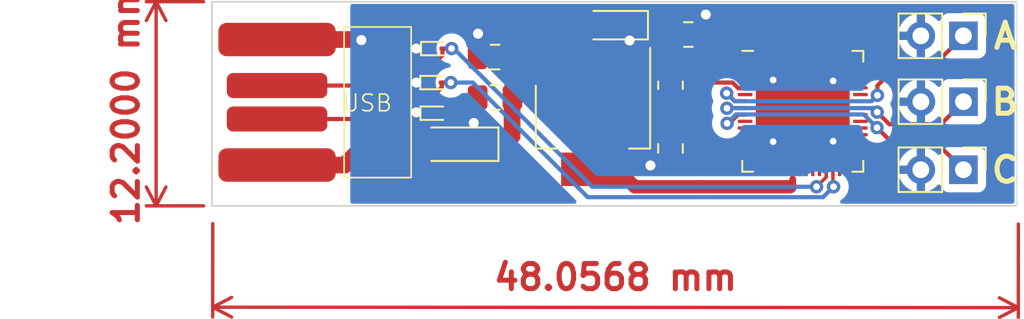
<source format=kicad_pcb>
(kicad_pcb (version 20221018) (generator pcbnew)
  (layers (0 "F.Cu" signal) (31 "B.Cu" signal) (34 "B.Paste" user) (35 "F.Paste" user) (36 "B.SilkS" user "B.Silkscreen") (37 "F.SilkS" user "F.Silkscreen") (38 "B.Mask" user) (39 "F.Mask" user) (44 "Edge.Cuts" user))
  (net 0 "")
  (net 1 "GND")
  (net 2 "Net-(J1-Pin_1)")
  (net 3 "Net-(D3-A2)")
  (net 5 "+3.3V")
  (net 7 "Net-(U2-CHIP_PU{slash}RESET)")
  (net 8 "Net-(J2-Pin_1)")
  (net 24 "Net-(J3-Pin_1)")
  (net 25 "/Vusb")
  (net 45 "VBUS")
  (net 54 "Net-(D2-A2)")
  (footprint "Capacitor_SMD:C_0805_2012Metric_Pad1.18x1.45mm_HandSolder" (layer "F.Cu") (at 134.9248 86.2291 90)
    (fp_text reference "C4" hide)
    (fp_text value "1uF")
    (fp_line (start -0.261252 -0.735) (end 0.261252 -0.735) (stroke (width 0.12)) (layer "F.SilkS"))
    (fp_line (start -0.261252 0.735) (end 0.261252 0.735) (stroke (width 0.12)) (layer "F.SilkS"))
    (pad "1" smd roundrect (at -1.0375 0 90) (size 1.175 1.45) (layers "F.Cu" "F.Paste" "F.Mask") (roundrect_rratio 0.212766) (net 1 "GND"))
    (pad "2" smd roundrect (at 1.0375 0 90) (size 1.175 1.45) (layers "F.Cu" "F.Paste" "F.Mask") (roundrect_rratio 0.212766) (net 7 "Net-(U2-CHIP_PU{slash}RESET)"))
  )
  (footprint "Capacitor_SMD:C_0805_2012Metric_Pad1.18x1.45mm_HandSolder" (layer "F.Cu") (at 124.46 83.185 180)
    (fp_text reference "C1" hide)
    (fp_text value "10uF" hide)
    (fp_line (start -0.261252 -0.735) (end 0.261252 -0.735) (stroke (width 0.12)) (layer "F.SilkS"))
    (fp_line (start -0.261252 0.735) (end 0.261252 0.735) (stroke (width 0.12)) (layer "F.SilkS"))
    (pad "1" smd roundrect (at -1.0375 0 180) (size 1.175 1.45) (layers "F.Cu" "F.Paste" "F.Mask") (roundrect_rratio 0.212766) (net 45 "VBUS"))
    (pad "2" smd roundrect (at 1.0375 0 180) (size 1.175 1.45) (layers "F.Cu" "F.Paste" "F.Mask") (roundrect_rratio 0.212766) (net 1 "GND"))
  )
  (footprint "Capacitor_SMD:C_0805_2012Metric_Pad1.18x1.45mm_HandSolder" (layer "F.Cu") (at 135.9913 79.4246 180)
    (fp_text reference "C3" hide)
    (fp_text value "10uF" hide)
    (fp_line (start -0.261252 -0.735) (end 0.261252 -0.735) (stroke (width 0.12)) (layer "F.SilkS"))
    (fp_line (start -0.261252 0.735) (end 0.261252 0.735) (stroke (width 0.12)) (layer "F.SilkS"))
    (pad "1" smd roundrect (at -1.0375 0 180) (size 1.175 1.45) (layers "F.Cu" "F.Paste" "F.Mask") (roundrect_rratio 0.212766) (net 1 "GND"))
    (pad "2" smd roundrect (at 1.0375 0 180) (size 1.175 1.45) (layers "F.Cu" "F.Paste" "F.Mask") (roundrect_rratio 0.212766) (net 5 "+3.3V"))
  )
  (footprint "Package_DFN_QFN:QFN-56-1EP_7x7mm_P0.4mm_EP5.6x5.6mm" (layer "F.Cu") (at 142.816 84.012)
    (fp_text reference "U2" hide)
    (fp_text value "ESP32-S3_PICO1" hide)
    (fp_line (start -3.61 3.61) (end -3.61 2.96) (stroke (width 0.12)) (layer "F.SilkS"))
    (fp_line (start -2.96 -3.61) (end -3.61 -3.61) (stroke (width 0.12)) (layer "F.SilkS"))
    (fp_line (start -2.96 3.61) (end -3.61 3.61) (stroke (width 0.12)) (layer "F.SilkS"))
    (fp_line (start 2.96 -3.61) (end 3.61 -3.61) (stroke (width 0.12)) (layer "F.SilkS"))
    (fp_line (start 2.96 3.61) (end 3.61 3.61) (stroke (width 0.12)) (layer "F.SilkS"))
    (fp_line (start 3.61 -3.61) (end 3.61 -2.96) (stroke (width 0.12)) (layer "F.SilkS"))
    (fp_line (start 3.61 3.61) (end 3.61 2.96) (stroke (width 0.12)) (layer "F.SilkS"))
    (pad "1" smd roundrect (at -3.4375 -2.6) (size 0.875 0.2) (layers "F.Cu" "F.Paste" "F.Mask"))
    (pad "2" smd roundrect (at -3.4375 -2.2) (size 0.875 0.2) (layers "F.Cu" "F.Paste" "F.Mask") (net 5 "+3.3V"))
    (pad "3" smd roundrect (at -3.4375 -1.8) (size 0.875 0.2) (layers "F.Cu" "F.Paste" "F.Mask") (net 5 "+3.3V"))
    (pad "4" smd roundrect (at -3.4375 -1.4) (size 0.875 0.2) (layers "F.Cu" "F.Paste" "F.Mask") (net 7 "Net-(U2-CHIP_PU{slash}RESET)"))
    (pad "5" smd roundrect (at -3.4375 -1) (size 0.875 0.2) (layers "F.Cu" "F.Paste" "F.Mask"))
    (pad "6" smd roundrect (at -3.4375 -0.6) (size 0.875 0.2) (layers "F.Cu" "F.Paste" "F.Mask") (net 2 "Net-(J1-Pin_1)"))
    (pad "7" smd roundrect (at -3.4375 -0.2) (size 0.875 0.2) (layers "F.Cu" "F.Paste" "F.Mask") (net 8 "Net-(J2-Pin_1)"))
    (pad "8" smd roundrect (at -3.4375 0.2) (size 0.875 0.2) (layers "F.Cu" "F.Paste" "F.Mask") (net 24 "Net-(J3-Pin_1)"))
    (pad "9" smd roundrect (at -3.4375 0.6) (size 0.875 0.2) (layers "F.Cu" "F.Paste" "F.Mask"))
    (pad "10" smd roundrect (at -3.4375 1) (size 0.875 0.2) (layers "F.Cu" "F.Paste" "F.Mask"))
    (pad "11" smd roundrect (at -3.4375 1.4) (size 0.875 0.2) (layers "F.Cu" "F.Paste" "F.Mask"))
    (pad "12" smd roundrect (at -3.4375 1.8) (size 0.875 0.2) (layers "F.Cu" "F.Paste" "F.Mask"))
    (pad "13" smd roundrect (at -3.4375 2.2) (size 0.875 0.2) (layers "F.Cu" "F.Paste" "F.Mask"))
    (pad "14" smd roundrect (at -3.4375 2.6) (size 0.875 0.2) (layers "F.Cu" "F.Paste" "F.Mask"))
    (pad "15" smd roundrect (at -2.6 3.4375) (size 0.2 0.875) (layers "F.Cu" "F.Paste" "F.Mask"))
    (pad "16" smd roundrect (at -2.2 3.4375) (size 0.2 0.875) (layers "F.Cu" "F.Paste" "F.Mask"))
    (pad "17" smd roundrect (at -1.8 3.4375) (size 0.2 0.875) (layers "F.Cu" "F.Paste" "F.Mask"))
    (pad "18" smd roundrect (at -1.4 3.4375) (size 0.2 0.875) (layers "F.Cu" "F.Paste" "F.Mask"))
    (pad "19" smd roundrect (at -1 3.4375) (size 0.2 0.875) (layers "F.Cu" "F.Paste" "F.Mask"))
    (pad "20" smd roundrect (at -0.6 3.4375) (size 0.2 0.875) (layers "F.Cu" "F.Paste" "F.Mask") (net 5 "+3.3V"))
    (pad "21" smd roundrect (at -0.2 3.4375) (size 0.2 0.875) (layers "F.Cu" "F.Paste" "F.Mask"))
    (pad "22" smd roundrect (at 0.2 3.4375) (size 0.2 0.875) (layers "F.Cu" "F.Paste" "F.Mask"))
    (pad "23" smd roundrect (at 0.6 3.4375) (size 0.2 0.875) (layers "F.Cu" "F.Paste" "F.Mask"))
    (pad "24" smd roundrect (at 1 3.4375) (size 0.2 0.875) (layers "F.Cu" "F.Paste" "F.Mask"))
    (pad "25" smd roundrect (at 1.4 3.4375) (size 0.2 0.875) (layers "F.Cu" "F.Paste" "F.Mask") (net 54 "Net-(D2-A2)"))
    (pad "26" smd roundrect (at 1.8 3.4375) (size 0.2 0.875) (layers "F.Cu" "F.Paste" "F.Mask") (net 3 "Net-(D3-A2)"))
    (pad "27" smd roundrect (at 2.2 3.4375) (size 0.2 0.875) (layers "F.Cu" "F.Paste" "F.Mask"))
    (pad "28" smd roundrect (at 2.6 3.4375) (size 0.2 0.875) (layers "F.Cu" "F.Paste" "F.Mask"))
    (pad "29" smd roundrect (at 3.4375 2.6) (size 0.875 0.2) (layers "F.Cu" "F.Paste" "F.Mask"))
    (pad "30" smd roundrect (at 3.4375 2.2) (size 0.875 0.2) (layers "F.Cu" "F.Paste" "F.Mask"))
    (pad "31" smd roundrect (at 3.4375 1.8) (size 0.875 0.2) (layers "F.Cu" "F.Paste" "F.Mask"))
    (pad "32" smd roundrect (at 3.4375 1.4) (size 0.875 0.2) (layers "F.Cu" "F.Paste" "F.Mask"))
    (pad "33" smd roundrect (at 3.4375 1) (size 0.875 0.2) (layers "F.Cu" "F.Paste" "F.Mask"))
    (pad "34" smd roundrect (at 3.4375 0.6) (size 0.875 0.2) (layers "F.Cu" "F.Paste" "F.Mask"))
    (pad "35" smd roundrect (at 3.4375 0.2) (size 0.875 0.2) (layers "F.Cu" "F.Paste" "F.Mask"))
    (pad "36" smd roundrect (at 3.4375 -0.2) (size 0.875 0.2) (layers "F.Cu" "F.Paste" "F.Mask"))
    (pad "37" smd roundrect (at 3.4375 -0.6) (size 0.875 0.2) (layers "F.Cu" "F.Paste" "F.Mask"))
    (pad "38" smd roundrect (at 3.4375 -1) (size 0.875 0.2) (layers "F.Cu" "F.Paste" "F.Mask"))
    (pad "39" smd roundrect (at 3.4375 -1.4) (size 0.875 0.2) (layers "F.Cu" "F.Paste" "F.Mask"))
    (pad "40" smd roundrect (at 3.4375 -1.8) (size 0.875 0.2) (layers "F.Cu" "F.Paste" "F.Mask"))
    (pad "41" smd roundrect (at 3.4375 -2.2) (size 0.875 0.2) (layers "F.Cu" "F.Paste" "F.Mask"))
    (pad "42" smd roundrect (at 3.4375 -2.6) (size 0.875 0.2) (layers "F.Cu" "F.Paste" "F.Mask"))
    (pad "43" smd roundrect (at 2.6 -3.4375) (size 0.2 0.875) (layers "F.Cu" "F.Paste" "F.Mask"))
    (pad "44" smd roundrect (at 2.2 -3.4375) (size 0.2 0.875) (layers "F.Cu" "F.Paste" "F.Mask"))
    (pad "45" smd roundrect (at 1.8 -3.4375) (size 0.2 0.875) (layers "F.Cu" "F.Paste" "F.Mask"))
    (pad "46" smd roundrect (at 1.4 -3.4375) (size 0.2 0.875) (layers "F.Cu" "F.Paste" "F.Mask") (net 5 "+3.3V"))
    (pad "47" smd roundrect (at 1 -3.4375) (size 0.2 0.875) (layers "F.Cu" "F.Paste" "F.Mask"))
    (pad "48" smd roundrect (at 0.6 -3.4375) (size 0.2 0.875) (layers "F.Cu" "F.Paste" "F.Mask"))
    (pad "49" smd roundrect (at 0.2 -3.4375) (size 0.2 0.875) (layers "F.Cu" "F.Paste" "F.Mask"))
    (pad "50" smd roundrect (at -0.2 -3.4375) (size 0.2 0.875) (layers "F.Cu" "F.Paste" "F.Mask"))
    (pad "51" smd roundrect (at -0.6 -3.4375) (size 0.2 0.875) (layers "F.Cu" "F.Paste" "F.Mask"))
    (pad "52" smd roundrect (at -1 -3.4375) (size 0.2 0.875) (layers "F.Cu" "F.Paste" "F.Mask"))
    (pad "53" smd roundrect (at -1.4 -3.4375) (size 0.2 0.875) (layers "F.Cu" "F.Paste" "F.Mask"))
    (pad "54" smd roundrect (at -1.8 -3.4375) (size 0.2 0.875) (layers "F.Cu" "F.Paste" "F.Mask"))
    (pad "55" smd roundrect (at -2.2 -3.4375) (size 0.2 0.875) (layers "F.Cu" "F.Paste" "F.Mask") (net 5 "+3.3V"))
    (pad "56" smd roundrect (at -2.6 -3.4375) (size 0.2 0.875) (layers "F.Cu" "F.Paste" "F.Mask") (net 5 "+3.3V"))
    (pad "57" smd rect (at 0 0) (size 5.6 5.6) (layers "F.Cu" "F.Mask") (net 1 "GND"))
  )
  (footprint "Resistor_SMD:R_0805_2012Metric_Pad1.20x1.40mm_HandSolder" (layer "F.Cu") (at 134.9248 82.4566 -90)
    (fp_text reference "R1" hide)
    (fp_text value "10k")
    (fp_line (start -0.227064 -0.735) (end 0.227064 -0.735) (stroke (width 0.12)) (layer "F.SilkS"))
    (fp_line (start -0.227064 0.735) (end 0.227064 0.735) (stroke (width 0.12)) (layer "F.SilkS"))
    (pad "1" smd roundrect (at -1 0 270) (size 1.2 1.4) (layers "F.Cu" "F.Paste" "F.Mask") (roundrect_rratio 0.208333) (net 5 "+3.3V"))
    (pad "2" smd roundrect (at 1 0 270) (size 1.2 1.4) (layers "F.Cu" "F.Paste" "F.Mask") (roundrect_rratio 0.208333) (net 7 "Net-(U2-CHIP_PU{slash}RESET)"))
  )
  (footprint "Connector_PinHeader_2.54mm:PinHeader_1x02_P2.54mm_Vertical" (layer "F.Cu") (at 152.4 79.502 -90)
    (fp_text reference "J1" hide)
    (fp_text value "Conn_01x02" hide)
    (fp_line (start -1.33 -1.33) (end 0 -1.33) (stroke (width 0.12)) (layer "F.SilkS"))
    (fp_line (start -1.33 0) (end -1.33 -1.33) (stroke (width 0.12)) (layer "F.SilkS"))
    (fp_line (start -1.33 1.27) (end -1.33 3.87) (stroke (width 0.12)) (layer "F.SilkS"))
    (fp_line (start -1.33 1.27) (end 1.33 1.27) (stroke (width 0.12)) (layer "F.SilkS"))
    (fp_line (start -1.33 3.87) (end 1.33 3.87) (stroke (width 0.12)) (layer "F.SilkS"))
    (fp_line (start 1.33 1.27) (end 1.33 3.87) (stroke (width 0.12)) (layer "F.SilkS"))
    (pad "1" thru_hole rect (at 0 0 270) (size 1.7 1.7) (drill 1) (layers "*.Cu" "*.Mask") (net 2 "Net-(J1-Pin_1)"))
    (pad "2" thru_hole oval (at 0 2.54 270) (size 1.7 1.7) (drill 1) (layers "*.Cu" "*.Mask") (net 1 "GND"))
  )
  (footprint "Capacitor_SMD:C_0805_2012Metric_Pad1.18x1.45mm_HandSolder" (layer "F.Cu") (at 124.46 80.772 180)
    (fp_text reference "C2" hide)
    (fp_text value "0.1uF" hide)
    (fp_line (start -0.261252 -0.735) (end 0.261252 -0.735) (stroke (width 0.12)) (layer "F.SilkS"))
    (fp_line (start -0.261252 0.735) (end 0.261252 0.735) (stroke (width 0.12)) (layer "F.SilkS"))
    (pad "1" smd roundrect (at -1.0375 0 180) (size 1.175 1.45) (layers "F.Cu" "F.Paste" "F.Mask") (roundrect_rratio 0.212766) (net 45 "VBUS"))
    (pad "2" smd roundrect (at 1.0375 0 180) (size 1.175 1.45) (layers "F.Cu" "F.Paste" "F.Mask") (roundrect_rratio 0.212766) (net 1 "GND"))
  )
  (footprint "Diode_SMD:D_SOD-123" (layer "F.Cu") (at 122.301 85.979 180)
    (fp_text reference "D5" hide)
    (fp_text value "1N5819HW-7-F" hide)
    (fp_line (start -2.36 -1) (end -2.36 1) (stroke (width 0.12)) (layer "F.SilkS"))
    (fp_line (start -2.36 -1) (end 1.65 -1) (stroke (width 0.12)) (layer "F.SilkS"))
    (fp_line (start -2.36 1) (end 1.65 1) (stroke (width 0.12)) (layer "F.SilkS"))
    (pad "1" smd roundrect (at -1.65 0 180) (size 0.9 1.2) (layers "F.Cu" "F.Paste" "F.Mask") (net 45 "VBUS"))
    (pad "2" smd roundrect (at 1.65 0 180) (size 0.9 1.2) (layers "F.Cu" "F.Paste" "F.Mask") (net 25 "/Vusb"))
  )
  (footprint "Diode_SMD:D_SOD-923" (layer "F.Cu") (at 120.904 80.264)
    (fp_text reference "D2" hide)
    (fp_text value "LESD5D5.0CT1G" hide)
    (fp_line (start -0.86 -0.4) (end -0.86 0.4) (stroke (width 0.12)) (layer "F.SilkS"))
    (fp_line (start 0.5 -0.4) (end -0.86 -0.4) (stroke (width 0.12)) (layer "F.SilkS"))
    (fp_line (start 0.5 0.4) (end -0.86 0.4) (stroke (width 0.12)) (layer "F.SilkS"))
    (pad "1" smd roundrect (at -0.42 0 180) (size 0.36 0.25) (layers "F.Cu" "F.Paste" "F.Mask") (net 1 "GND"))
    (pad "2" smd roundrect (at 0.42 0 180) (size 0.36 0.25) (layers "F.Cu" "F.Paste" "F.Mask") (net 54 "Net-(D2-A2)"))
  )
  (footprint "1_Laurent_Librairie:PCB_USB_Connector" (layer "F.Cu") (at 111.4552 83.4736)
    (fp_text reference "U3" hide)
    (fp_text value "~")
    (fp_text user "USB" (at 3.81 0.635 unlocked) (layer "F.SilkS") (effects (font (thickness 0.1)) (justify left bottom)))
    (fp_rect (start 4 -4.5) (end 8 4.5) (stroke (width 0.1)) (fill none) (layer "F.SilkS"))
    (pad "1" smd roundrect (at 0 -3.75) (size 7 2) (layers "F.Cu" "F.Paste" "F.Mask") (net 1 "GND"))
    (pad "2" smd roundrect (at 0 -1) (size 6 1.5) (layers "F.Cu" "F.Paste" "F.Mask") (net 54 "Net-(D2-A2)"))
    (pad "3" smd roundrect (at 0 1) (size 6 1.5) (layers "F.Cu" "F.Paste" "F.Mask") (net 3 "Net-(D3-A2)"))
    (pad "4" smd roundrect (at 0 3.75) (size 7 2) (layers "F.Cu" "F.Paste" "F.Mask") (net 25 "/Vusb"))
  )
  (footprint "Diode_SMD:D_SOD-323_HandSoldering" (layer "F.Cu") (at 131.572 78.867 180)
    (fp_text reference "D1" hide)
    (fp_text value "TVS Diode, Bi-Direction, 3.3V" hide)
    (fp_line (start -2.01 -0.85) (end -2.01 0.85) (stroke (width 0.12)) (layer "F.SilkS"))
    (fp_line (start -2.01 -0.85) (end 1.25 -0.85) (stroke (width 0.12)) (layer "F.SilkS"))
    (fp_line (start -2.01 0.85) (end 1.25 0.85) (stroke (width 0.12)) (layer "F.SilkS"))
    (pad "1" smd roundrect (at -1.25 0 180) (size 1 1) (layers "F.Cu" "F.Paste" "F.Mask") (net 1 "GND"))
    (pad "2" smd roundrect (at 1.25 0 180) (size 1 1) (layers "F.Cu" "F.Paste" "F.Mask") (net 5 "+3.3V"))
  )
  (footprint "Connector_PinHeader_2.54mm:PinHeader_1x02_P2.54mm_Vertical" (layer "F.Cu") (at 152.4 87.503 -90)
    (fp_text reference "J3" hide)
    (fp_text value "Conn_01x02" hide)
    (fp_line (start -1.33 -1.33) (end 0 -1.33) (stroke (width 0.12)) (layer "F.SilkS"))
    (fp_line (start -1.33 0) (end -1.33 -1.33) (stroke (width 0.12)) (layer "F.SilkS"))
    (fp_line (start -1.33 1.27) (end -1.33 3.87) (stroke (width 0.12)) (layer "F.SilkS"))
    (fp_line (start -1.33 1.27) (end 1.33 1.27) (stroke (width 0.12)) (layer "F.SilkS"))
    (fp_line (start -1.33 3.87) (end 1.33 3.87) (stroke (width 0.12)) (layer "F.SilkS"))
    (fp_line (start 1.33 1.27) (end 1.33 3.87) (stroke (width 0.12)) (layer "F.SilkS"))
    (pad "1" thru_hole rect (at 0 0 270) (size 1.7 1.7) (drill 1) (layers "*.Cu" "*.Mask") (net 24 "Net-(J3-Pin_1)"))
    (pad "2" thru_hole oval (at 0 2.54 270) (size 1.7 1.7) (drill 1) (layers "*.Cu" "*.Mask") (net 1 "GND"))
  )
  (footprint "Package_TO_SOT_SMD:SOT-223-3_TabPin2" (layer "F.Cu") (at 130.302 84.328 -90)
    (fp_text reference "U1" hide)
    (fp_text value "LD1117S33TR_SOT223" hide)
    (fp_line (start -4.1 -3.41) (end 1.91 -3.41) (stroke (width 0.12)) (layer "F.SilkS"))
    (fp_line (start -1.85 3.41) (end 1.91 3.41) (stroke (width 0.12)) (layer "F.SilkS"))
    (fp_line (start 1.91 -3.41) (end 1.91 -2.15) (stroke (width 0.12)) (layer "F.SilkS"))
    (fp_line (start 1.91 3.41) (end 1.91 2.15) (stroke (width 0.12)) (layer "F.SilkS"))
    (pad "1" smd rect (at -3.15 -2.3 270) (size 2 1.5) (layers "F.Cu" "F.Paste" "F.Mask") (net 1 "GND"))
    (pad "2" smd rect (at -3.15 0 270) (size 2 1.5) (layers "F.Cu" "F.Paste" "F.Mask") (net 5 "+3.3V"))
    (pad "2" smd rect (at 3.15 0 270) (size 2 3.8) (layers "F.Cu" "F.Paste" "F.Mask") (net 5 "+3.3V"))
    (pad "3" smd rect (at -3.15 2.3 270) (size 2 1.5) (layers "F.Cu" "F.Paste" "F.Mask") (net 45 "VBUS"))
  )
  (footprint "Diode_SMD:D_SOD-923" (layer "F.Cu") (at 120.859 82.296)
    (fp_text reference "D3" hide)
    (fp_text value "LESD5D5.0CT1G" hide)
    (fp_line (start -0.86 -0.4) (end -0.86 0.4) (stroke (width 0.12)) (layer "F.SilkS"))
    (fp_line (start 0.5 -0.4) (end -0.86 -0.4) (stroke (width 0.12)) (layer "F.SilkS"))
    (fp_line (start 0.5 0.4) (end -0.86 0.4) (stroke (width 0.12)) (layer "F.SilkS"))
    (pad "1" smd roundrect (at -0.42 0 180) (size 0.36 0.25) (layers "F.Cu" "F.Paste" "F.Mask") (net 1 "GND"))
    (pad "2" smd roundrect (at 0.42 0 180) (size 0.36 0.25) (layers "F.Cu" "F.Paste" "F.Mask") (net 3 "Net-(D3-A2)"))
  )
  (footprint "Connector_PinHeader_2.54mm:PinHeader_1x02_P2.54mm_Vertical" (layer "F.Cu") (at 152.405 83.439 -90)
    (fp_text reference "J2" hide)
    (fp_text value "Conn_01x02" hide)
    (fp_line (start -1.33 -1.33) (end 0 -1.33) (stroke (width 0.12)) (layer "F.SilkS"))
    (fp_line (start -1.33 0) (end -1.33 -1.33) (stroke (width 0.12)) (layer "F.SilkS"))
    (fp_line (start -1.33 1.27) (end -1.33 3.87) (stroke (width 0.12)) (layer "F.SilkS"))
    (fp_line (start -1.33 1.27) (end 1.33 1.27) (stroke (width 0.12)) (layer "F.SilkS"))
    (fp_line (start -1.33 3.87) (end 1.33 3.87) (stroke (width 0.12)) (layer "F.SilkS"))
    (fp_line (start 1.33 1.27) (end 1.33 3.87) (stroke (width 0.12)) (layer "F.SilkS"))
    (pad "1" thru_hole rect (at 0 0 270) (size 1.7 1.7) (drill 1) (layers "*.Cu" "*.Mask") (net 8 "Net-(J2-Pin_1)"))
    (pad "2" thru_hole oval (at 0 2.54 270) (size 1.7 1.7) (drill 1) (layers "*.Cu" "*.Mask") (net 1 "GND"))
  )
  (footprint "Diode_SMD:D_SOD-923" (layer "F.Cu") (at 120.8668 84.1248)
    (fp_text reference "D4" hide)
    (fp_text value "LESD5D5.0CT1G" hide)
    (fp_line (start -0.86 -0.4) (end -0.86 0.4) (stroke (width 0.12)) (layer "F.SilkS"))
    (fp_line (start 0.5 -0.4) (end -0.86 -0.4) (stroke (width 0.12)) (layer "F.SilkS"))
    (fp_line (start 0.5 0.4) (end -0.86 0.4) (stroke (width 0.12)) (layer "F.SilkS"))
    (pad "1" smd roundrect (at -0.42 0 180) (size 0.36 0.25) (layers "F.Cu" "F.Paste" "F.Mask") (net 1 "GND"))
    (pad "2" smd roundrect (at 0.42 0 180) (size 0.36 0.25) (layers "F.Cu" "F.Paste" "F.Mask") (net 45 "VBUS"))
  )
  (gr_line (start 107.569 89.662) (end 107.569 77.462) (stroke (width 0.1)) (layer "Edge.Cuts"))
  (gr_line (start 107.569 77.47) (end 155.569 77.47) (stroke (width 0.1)) (layer "Edge.Cuts"))
  (gr_line (start 155.569 89.662) (end 155.569 77.47) (stroke (width 0.1)) (layer "Edge.Cuts"))
  (gr_line (start 155.569 89.662) (end 107.569 89.662) (stroke (width 0.1)) (layer "Edge.Cuts"))
  (gr_text "B" (at 153.924 84.328) (layer "F.SilkS") (effects (font (size 1.5 1.5) (thickness 0.3) bold) (justify left bottom)))
  (gr_text "C" (at 153.924 88.392) (layer "F.SilkS") (effects (font (size 1.5 1.5) (thickness 0.3) bold) (justify left bottom)))
  (gr_text "A" (at 154.051 80.391) (layer "F.SilkS") (effects (font (size 1.5 1.5) (thickness 0.3) bold) (justify left bottom)))
  (dimension (type aligned) (layer "F.Cu") (pts (xy 107.569 89.662) (xy 107.569 77.462)) (height -3.3274) (gr_text "12,2000 mm" (at 102.4416 83.562 90) (layer "F.Cu") (effects (font (size 1.5 1.5) (thickness 0.3)))) (format (prefix "") (suffix "") (units 3) (units_format 1) (precision 4)) (style (thickness 0.2) (arrow_length 1.27) (text_position_mode 0) (extension_height 0.58642) (extension_offset 0.5) keep_text_aligned))
  (dimension (type aligned) (layer "F.Cu") (pts (xy 107.6198 90.2208) (xy 155.6766 90.2462)) (height 5.495508) (gr_text "48,0568 mm" (at 131.646246 93.929007 359.9697168) (layer "F.Cu") (effects (font (size 1.5 1.5) (thickness 0.3)))) (format (prefix "") (suffix "") (units 3) (units_format 1) (precision 4)) (style (thickness 0.2) (arrow_length 1.27) (text_position_mode 0) (extension_height 0.58642) (extension_offset 0.5) keep_text_aligned))
  (segment (start 123.444 83.566) (end 123.444 84.455) (width 0.4) (layer "F.Cu") (net 1))
  (segment (start 123.444 80.556) (end 123.444 79.375) (width 0.4) (layer "F.Cu") (net 1))
  (segment (start 132.822 79.4458) (end 132.4864 79.7814) (width 0.4) (layer "F.Cu") (net 1))
  (segment (start 120.439 82.296) (end 119.761 82.296) (width 0.4) (layer "F.Cu") (net 1))
  (segment (start 137.1104 79.4246) (end 137.0288 79.4246) (width 0.4) (layer "F.Cu") (net 1))
  (segment (start 132.822 78.867) (end 133.0198 78.867) (width 0.4) (layer "F.Cu") (net 1))
  (segment (start 119.8118 84.1248) (end 119.761 84.074) (width 0.4) (layer "F.Cu") (net 1))
  (segment (start 142.816 84.012) (end 142.816 84.26) (width 0.4) (layer "F.Cu") (net 1))
  (segment (start 137.0288 79.4246) (end 137.0288 78.2362) (width 0.4) (layer "F.Cu") (net 1))
  (segment (start 120.484 80.264) (end 119.761 80.264) (width 0.4) (layer "F.Cu") (net 1))
  (segment (start 134.9248 87.2666) (end 134.9248 87.2236) (width 0.4) (layer "F.Cu") (net 1))
  (segment (start 133.7486 87.2666) (end 133.731 87.249) (width 0.4) (layer "F.Cu") (net 1))
  (segment (start 111.4552 79.7236) (end 116.452 79.7236) (width 1) (layer "F.Cu") (net 1))
  (segment (start 120.439 84.117) (end 120.4468 84.1248) (width 0.4) (layer "F.Cu") (net 1))
  (segment (start 132.822 78.867) (end 132.822 79.4458) (width 0.4) (layer "F.Cu") (net 1))
  (segment (start 134.9248 87.2666) (end 133.7486 87.2666) (width 0.4) (layer "F.Cu") (net 1))
  (segment (start 137.0288 78.2362) (end 137.033 78.232) (width 0.4) (layer "F.Cu") (net 1))
  (segment (start 123.317 80.429) (end 123.444 80.556) (width 0.4) (layer "F.Cu") (net 1))
  (segment (start 132.602 79.087) (end 132.822 78.867) (width 0.4) (layer "F.Cu") (net 1))
  (segment (start 116.452 79.7236) (end 116.4844 79.756) (width 0.4) (layer "F.Cu") (net 1))
  (segment (start 120.4468 84.1248) (end 119.8118 84.1248) (width 0.4) (layer "F.Cu") (net 1))
  (segment (start 142.937 84.012) (end 142.816 84.012) (width 0.4) (layer "F.Cu") (net 1))
  (segment (start 123.444 84.455) (end 123.19 84.709) (width 0.4) (layer "F.Cu") (net 1))
  (via (at 123.19 84.709) (size 1) (drill 0.6) (layers "F.Cu" "B.Cu") (net 1))
  (via (at 144.6276 85.8012) (size 0.8) (drill 0.4) (layers "F.Cu" "B.Cu") (net 1))
  (via (at 141.0462 82.1436) (size 0.8) (drill 0.4) (layers "F.Cu" "B.Cu") (net 1))
  (via (at 132.4864 79.7814) (size 1) (drill 0.6) (layers "F.Cu" "B.Cu") (net 1))
  (via (at 133.731 87.249) (size 1) (drill 0.6) (layers "F.Cu" "B.Cu") (net 1))
  (via (at 141.0462 85.8266) (size 0.8) (drill 0.4) (layers "F.Cu" "B.Cu") (net 1))
  (via (at 137.033 78.232) (size 1) (drill 0.6) (layers "F.Cu" "B.Cu") (net 1))
  (via (at 119.761 84.074) (size 1) (drill 0.6) (layers "F.Cu" "B.Cu") (net 1))
  (via (at 119.761 82.296) (size 1) (drill 0.6) (layers "F.Cu" "B.Cu") (net 1))
  (via (at 119.761 80.264) (size 1) (drill 0.6) (layers "F.Cu" "B.Cu") (net 1))
  (via (at 144.6276 82.1944) (size 0.8) (drill 0.4) (layers "F.Cu" "B.Cu") (net 1))
  (via (at 123.444 79.375) (size 1) (drill 0.6) (layers "F.Cu" "B.Cu") (net 1))
  (via (at 116.4844 79.756) (size 1) (drill 0.6) (layers "F.Cu" "B.Cu") (net 1))
  (segment (start 148.717 81.026) (end 150.881 81.026) (width 0.25) (layer "F.Cu") (net 2))
  (segment (start 147.2692 83.058) (end 147.2692 82.4738) (width 0.25) (layer "F.Cu") (net 2))
  (segment (start 147.2692 82.4738) (end 148.717 81.026) (width 0.25) (layer "F.Cu") (net 2))
  (segment (start 138.755874 83.412) (end 139.3785 83.412) (width 0.25) (layer "F.Cu") (net 2))
  (segment (start 138.274874 82.931) (end 138.755874 83.412) (width 0.25) (layer "F.Cu") (net 2))
  (segment (start 150.881 81.026) (end 152.405 79.502) (width 0.25) (layer "F.Cu") (net 2))
  (via (at 147.2692 83.058) (size 0.8) (drill 0.4) (layers "F.Cu" "B.Cu") (net 2))
  (via (at 138.274874 82.931) (size 0.8) (drill 0.4) (layers "F.Cu" "B.Cu") (net 2))
  (segment (start 138.757474 83.4136) (end 138.274874 82.931) (width 0.25) (layer "B.Cu") (net 2))
  (segment (start 146.9136 83.4136) (end 138.757474 83.4136) (width 0.25) (layer "B.Cu") (net 2))
  (segment (start 147.2692 83.058) (end 146.9136 83.4136) (width 0.25) (layer "B.Cu") (net 2))
  (segment (start 121.279 82.296) (end 121.8184 82.296) (width 0.25) (layer "F.Cu") (net 3))
  (segment (start 121.279 82.5814) (end 121.279 82.296) (width 0.25) (layer "F.Cu") (net 3))
  (segment (start 120.65 83.2104) (end 121.279 82.5814) (width 0.25) (layer "F.Cu") (net 3))
  (segment (start 116.5928 84.4736) (end 117.856 83.2104) (width 0.25) (layer "F.Cu") (net 3))
  (segment (start 117.856 83.2104) (end 120.65 83.2104) (width 0.25) (layer "F.Cu") (net 3))
  (segment (start 144.616 87.4495) (end 144.616 88.482) (width 0.2) (layer "F.Cu") (net 3))
  (segment (start 144.616 88.482) (end 144.653 88.519) (width 0.25) (layer "F.Cu") (net 3))
  (segment (start 111.4552 84.4736) (end 116.5928 84.4736) (width 0.25) (layer "F.Cu") (net 3))
  (via (at 121.8184 82.296) (size 0.8) (drill 0.4) (layers "F.Cu" "B.Cu") (net 3))
  (via (at 144.653 88.519) (size 0.8) (drill 0.4) (layers "F.Cu" "B.Cu") (net 3))
  (segment (start 144.028 89.144) (end 144.653 88.519) (width 0.25) (layer "B.Cu") (net 3))
  (segment (start 129.9872 89.144) (end 144.028 89.144) (width 0.25) (layer "B.Cu") (net 3))
  (segment (start 123.1392 82.296) (end 129.9872 89.144) (width 0.25) (layer "B.Cu") (net 3))
  (segment (start 121.8184 82.296) (end 123.1392 82.296) (width 0.25) (layer "B.Cu") (net 3))
  (segment (start 139.008531 82.0674) (end 139.446 82.0674) (width 0.4) (layer "F.Cu") (net 5))
  (segment (start 130.302 87.478) (end 130.302 84.836) (width 0.8) (layer "F.Cu") (net 5))
  (segment (start 132.3328 84.0486) (end 134.9248 81.4566) (width 0.8) (layer "F.Cu") (net 5))
  (segment (start 142.216 88.0604) (end 142.216 88.3652) (width 0.4) (layer "F.Cu") (net 5))
  (segment (start 134.9248 81.4566) (end 138.124 81.4566) (width 0.8) (layer "F.Cu") (net 5))
  (segment (start 138.449731 81.5086) (end 139.008531 82.0674) (width 0.4) (layer "F.Cu") (net 5))
  (segment (start 140.1572 79.4004) (end 140.3858 79.4004) (width 0.8) (layer "F.Cu") (net 5))
  (segment (start 130.302 84.836) (end 130.302 83.185) (width 0.8) (layer "F.Cu") (net 5))
  (segment (start 139.2047 80.3529) (end 140.1944 80.3529) (width 0.6) (layer "F.Cu") (net 5))
  (segment (start 131.7502 87.478) (end 132.7912 88.519) (width 0.8) (layer "F.Cu") (net 5))
  (segment (start 134.9538 81.4276) (end 135.2126 81.6864) (width 0.4) (layer "F.Cu") (net 5))
  (segment (start 130.322 78.867) (end 130.322 81.158) (width 0.8) (layer "F.Cu") (net 5))
  (segment (start 130.302 87.478) (end 131.7502 87.478) (width 0.8) (layer "F.Cu") (net 5))
  (segment (start 130.302 84.0486) (end 132.3328 84.0486) (width 0.8) (layer "F.Cu") (net 5))
  (segment (start 142.0622 88.519) (end 142.216 88.3652) (width 0.4) (layer "F.Cu") (net 5))
  (segment (start 134.9538 79.4246) (end 134.9538 81.4276) (width 0.8) (layer "F.Cu") (net 5))
  (segment (start 142.216 87.4495) (end 142.216 88.0604) (width 0.2) (layer "F.Cu") (net 5))
  (segment (start 136.906 88.519) (end 142.0622 88.519) (width 0.8) (layer "F.Cu") (net 5))
  (segment (start 130.302 84.836) (end 130.302 84.0486) (width 0.8) (layer "F.Cu") (net 5))
  (segment (start 140.1944 80.3529) (end 140.416 80.5745) (width 0.6) (layer "F.Cu") (net 5))
  (segment (start 144.216 80.5745) (end 144.216 79.9032) (width 0.4) (layer "F.Cu") (net 5))
  (segment (start 140.3858 79.4004) (end 143.857217 79.4004) (width 0.8) (layer "F.Cu") (net 5))
  (segment (start 138.124 81.4336) (end 140.1572 79.4004) (width 0.8) (layer "F.Cu") (net 5))
  (segment (start 130.302 83.185) (end 130.302 81.178) (width 0.8) (layer "F.Cu") (net 5))
  (segment (start 138.124 81.4566) (end 138.124 81.4336) (width 0.8) (layer "F.Cu") (net 5))
  (segment (start 130.322 81.158) (end 130.302 81.178) (width 0.4) (layer "F.Cu") (net 5))
  (segment (start 138.176 81.5086) (end 138.449731 81.5086) (width 0.4) (layer "F.Cu") (net 5))
  (segment (start 143.857217 79.4004) (end 144.143817 79.687) (width 0.8) (layer "F.Cu") (net 5))
  (segment (start 132.7912 88.519) (end 136.906 88.519) (width 0.8) (layer "F.Cu") (net 5))
  (segment (start 134.9538 81.4276) (end 134.9248 81.4566) (width 0.4) (layer "F.Cu") (net 5))
  (segment (start 135.509 82.296) (end 138.636091 82.296) (width 0.25) (layer "F.Cu") (net 7))
  (segment (start 138.636091 82.296) (end 138.977091 82.637) (width 0.25) (layer "F.Cu") (net 7))
  (segment (start 134.9248 85.1916) (end 134.9248 83.4566) (width 0.25) (layer "F.Cu") (net 7))
  (segment (start 134.9248 82.8802) (end 135.509 82.296) (width 0.25) (layer "F.Cu") (net 7))
  (segment (start 134.9248 83.4566) (end 134.9248 82.8802) (width 0.25) (layer "F.Cu") (net 7))
  (segment (start 138.977091 82.637) (end 139.3785 82.637) (width 0.25) (layer "F.Cu") (net 7))
  (segment (start 139.359348 83.831152) (end 139.3785 83.812) (width 0.25) (layer "F.Cu") (net 8))
  (segment (start 152.405 83.439) (end 151.8462 83.9978) (width 0.25) (layer "F.Cu") (net 8))
  (segment (start 147.9804 84.7852) (end 151.0588 84.7852) (width 0.25) (layer "F.Cu") (net 8))
  (segment (start 151.0588 84.7852) (end 152.405 83.439) (width 0.25) (layer "F.Cu") (net 8))
  (segment (start 138.291848 83.831152) (end 139.359348 83.831152) (width 0.25) (layer "F.Cu") (net 8))
  (segment (start 151.8462 83.9978) (end 151.6888 83.9978) (width 0.25) (layer "F.Cu") (net 8))
  (segment (start 147.2565 84.0613) (end 147.9804 84.7852) (width 0.25) (layer "F.Cu") (net 8))
  (via (at 147.2565 84.0613) (size 0.8) (drill 0.4) (layers "F.Cu" "B.Cu") (net 8))
  (via (at 138.291848 83.831152) (size 0.8) (drill 0.4) (layers "F.Cu" "B.Cu") (net 8))
  (segment (start 138.303 83.82) (end 138.291848 83.831152) (width 0.25) (layer "B.Cu") (net 8))
  (segment (start 147.0152 83.82) (end 138.303 83.82) (width 0.25) (layer "B.Cu") (net 8))
  (segment (start 147.2565 84.0613) (end 147.0152 83.82) (width 0.25) (layer "B.Cu") (net 8))
  (segment (start 151.003 86.106) (end 152.346 87.449) (width 0.25) (layer "F.Cu") (net 24))
  (segment (start 152.346 87.449) (end 152.405 87.449) (width 0.25) (layer "F.Cu") (net 24))
  (segment (start 138.433509 84.730582) (end 138.952091 84.212) (width 0.25) (layer "F.Cu") (net 24))
  (segment (start 148.3614 86.106) (end 151.003 86.106) (width 0.25) (layer "F.Cu") (net 24))
  (segment (start 147.2438 84.9884) (end 148.3614 86.106) (width 0.25) (layer "F.Cu") (net 24))
  (segment (start 138.303274 84.730582) (end 138.433509 84.730582) (width 0.25) (layer "F.Cu") (net 24))
  (segment (start 138.952091 84.212) (end 139.3785 84.212) (width 0.25) (layer "F.Cu") (net 24))
  (via (at 138.303274 84.730582) (size 0.8) (drill 0.4) (layers "F.Cu" "B.Cu") (net 24))
  (via (at 147.2438 84.9884) (size 0.8) (drill 0.4) (layers "F.Cu" "B.Cu") (net 24))
  (segment (start 138.832856 84.201) (end 138.303274 84.730582) (width 0.25) (layer "B.Cu") (net 24))
  (segment (start 147.2438 84.9884) (end 146.4564 84.201) (width 0.25) (layer "B.Cu") (net 24))
  (segment (start 146.4564 84.201) (end 138.832856 84.201) (width 0.25) (layer "B.Cu") (net 24))
  (segment (start 111.4552 87.2236) (end 115.4938 87.2236) (width 1) (layer "F.Cu") (net 25))
  (segment (start 116.7384 85.979) (end 120.651 85.979) (width 1) (layer "F.Cu") (net 25))
  (segment (start 115.4938 87.2236) (end 116.7384 85.979) (width 1) (layer "F.Cu") (net 25))
  (segment (start 125.476 83.609) (end 125.519 83.566) (width 1) (layer "F.Cu") (net 45))
  (segment (start 125.519 80.556) (end 125.519 83.566) (width 1) (layer "F.Cu") (net 45))
  (segment (start 121.2868 84.3298) (end 121.2868 84.66) (width 1) (layer "F.Cu") (net 45))
  (segment (start 124.968 85.979) (end 125.476 85.471) (width 1) (layer "F.Cu") (net 45))
  (segment (start 125.476 85.471) (end 125.476 83.609) (width 1) (layer "F.Cu") (net 45))
  (segment (start 128.002 80.67) (end 125.633 80.67) (width 1) (layer "F.Cu") (net 45))
  (segment (start 121.2868 84.66) (end 122.6058 85.979) (width 1) (layer "F.Cu") (net 45))
  (segment (start 123.951 85.979) (end 124.968 85.979) (width 1) (layer "F.Cu") (net 45))
  (segment (start 122.6058 85.979) (end 123.951 85.979) (width 1) (layer "F.Cu") (net 45))
  (segment (start 125.633 80.67) (end 125.519 80.556) (width 1) (layer "F.Cu") (net 45))
  (segment (start 121.324 80.6568) (end 121.324 80.264) (width 0.25) (layer "F.Cu") (net 54))
  (segment (start 121.8692 80.264) (end 121.324 80.264) (width 0.25) (layer "F.Cu") (net 54))
  (segment (start 120.7008 81.28) (end 121.324 80.6568) (width 0.25) (layer "F.Cu") (net 54))
  (segment (start 144.216 87.94) (end 143.637 88.519) (width 0.2) (layer "F.Cu") (net 54))
  (segment (start 143.637 88.519) (end 143.834 88.519) (width 0.25) (layer "F.Cu") (net 54))
  (segment (start 111.4552 82.4736) (end 116.764 82.4736) (width 0.25) (layer "F.Cu") (net 54))
  (segment (start 116.764 82.4736) (end 117.9576 81.28) (width 0.25) (layer "F.Cu") (net 54))
  (segment (start 144.216 87.4495) (end 144.216 87.94) (width 0.2) (layer "F.Cu") (net 54))
  (segment (start 117.9576 81.28) (end 120.7008 81.28) (width 0.25) (layer "F.Cu") (net 54))
  (via (at 143.637 88.519) (size 0.8) (drill 0.4) (layers "F.Cu" "B.Cu") (net 54))
  (via (at 121.8692 80.264) (size 0.8) (drill 0.4) (layers "F.Cu" "B.Cu") (net 54))
  (segment (start 130.258 88.519) (end 143.637 88.519) (width 0.25) (layer "B.Cu") (net 54))
  (segment (start 121.8692 80.264) (end 122.003 80.264) (width 0.25) (layer "B.Cu") (net 54))
  (segment (start 122.003 80.264) (end 130.258 88.519) (width 0.25) (layer "B.Cu") (net 54))
  (zone (net 1) (net_name "GND") (layer "B.Cu") (connect_pads (clearance 0.5)) (min_thickness 0.25) (fill yes (thermal_gap 0.5) (thermal_bridge_width 0.5))
    (polygon (pts (xy 115.824 77.597) (xy 115.824 89.535) (xy 155.448 89.535) (xy 155.448 77.597)))
  )
)
</source>
